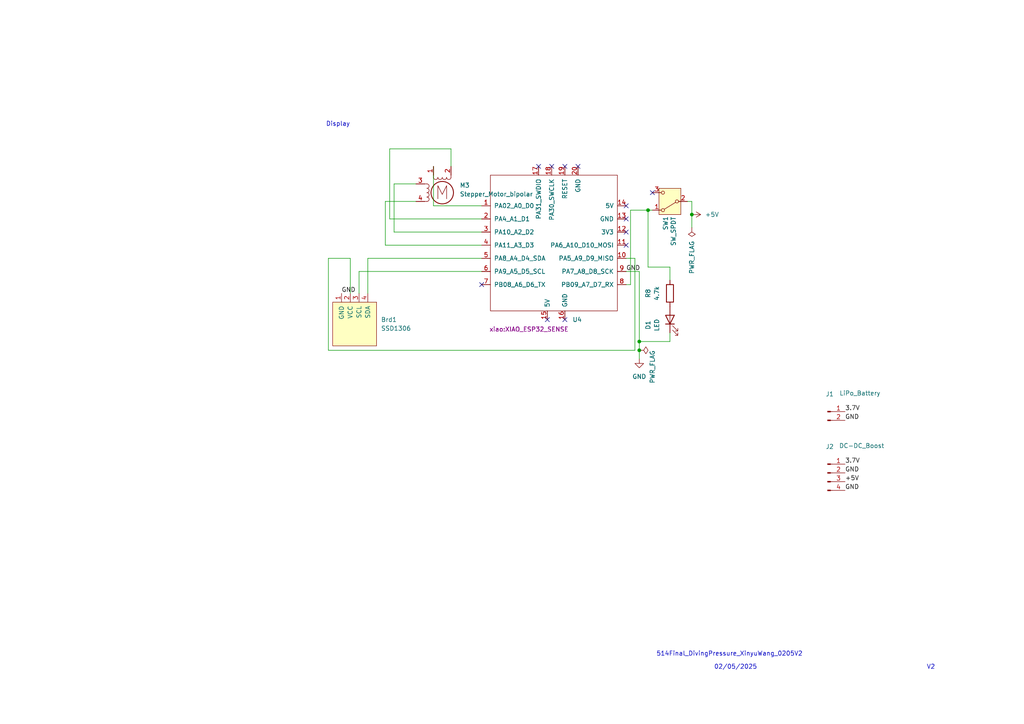
<source format=kicad_sch>
(kicad_sch (version 20231120) (generator "eeschema") (generator_version "8.0")
  (paper "A4")
  (lib_symbols
    (symbol "Connector:Conn_01x02_Pin" (pin_names (offset 1.016) hide)
      (property "Reference" "J" (at 0 2.54 0))
      (property "Value" "Conn_01x02_Pin" (at 0 -5.08 0))
      (symbol "Conn_01x02_Pin_1_1"
        (polyline (pts (xy 1.27 -2.54) (xy 0.8636 -2.54)) (stroke (width 0.1524)))
        (polyline (pts (xy 1.27 0) (xy 0.8636 0)) (stroke (width 0.1524)))
        (rectangle (start 0.8636 -2.413) (end 0 -2.667) (stroke (width 0.1524)) (fill (type outline)))
        (rectangle (start 0.8636 0.127) (end 0 -0.127) (stroke (width 0.1524)) (fill (type outline)))
        (pin passive line (at 5.08 0 180) (length 3.81) (name "Pin_1") (number "1"))
        (pin passive line (at 5.08 -2.54 180) (length 3.81) (name "Pin_2") (number "2"))
      )
    )
    (symbol "Connector:Conn_01x04_Pin" (pin_names (offset 1.016) hide)
      (property "Reference" "J" (at 0 5.08 0))
      (property "Value" "Conn_01x04_Pin" (at 0 -7.62 0))
      (symbol "Conn_01x04_Pin_1_1"
        (polyline (pts (xy 1.27 -5.08) (xy 0.8636 -5.08)) (stroke (width 0.1524)))
        (polyline (pts (xy 1.27 -2.54) (xy 0.8636 -2.54)) (stroke (width 0.1524)))
        (polyline (pts (xy 1.27 0) (xy 0.8636 0)) (stroke (width 0.1524)))
        (polyline (pts (xy 1.27 2.54) (xy 0.8636 2.54)) (stroke (width 0.1524)))
        (rectangle (start 0.8636 -4.953) (end 0 -5.207) (stroke (width 0.1524)) (fill (type outline)))
        (rectangle (start 0.8636 -2.413) (end 0 -2.667) (stroke (width 0.1524)) (fill (type outline)))
        (rectangle (start 0.8636 0.127) (end 0 -0.127) (stroke (width 0.1524)) (fill (type outline)))
        (rectangle (start 0.8636 2.667) (end 0 2.413) (stroke (width 0.1524)) (fill (type outline)))
        (pin passive line (at 5.08 2.54 180) (length 3.81) (name "Pin_1") (number "1"))
        (pin passive line (at 5.08 0 180) (length 3.81) (name "Pin_2") (number "2"))
        (pin passive line (at 5.08 -2.54 180) (length 3.81) (name "Pin_3") (number "3"))
        (pin passive line (at 5.08 -5.08 180) (length 3.81) (name "Pin_4") (number "4"))
      )
    )
    (symbol "Device:LED" (pin_numbers hide) (pin_names (offset 1.016) hide)
      (property "Reference" "D" (at 0 2.54 0))
      (property "Value" "LED" (at 0 -2.54 0))
      (symbol "LED_0_1"
        (polyline (pts (xy -1.27 -1.27) (xy -1.27 1.27)) (stroke (width 0.254)))
        (polyline (pts (xy -1.27 0) (xy 1.27 0)))
        (polyline (pts (xy 1.27 -1.27) (xy 1.27 1.27) (xy -1.27 0) (xy 1.27 -1.27)) (stroke (width 0.254)))
        (polyline (pts (xy -3.048 -0.762) (xy -4.572 -2.286) (xy -3.81 -2.286) (xy -4.572 -2.286) (xy -4.572 -1.524)))
        (polyline (pts (xy -1.778 -0.762) (xy -3.302 -2.286) (xy -2.54 -2.286) (xy -3.302 -2.286) (xy -3.302 -1.524)))
      )
      (symbol "LED_1_1"
        (pin passive line (at -3.81 0 0) (length 2.54) (name "K") (number "1"))
        (pin passive line (at 3.81 0 180) (length 2.54) (name "A") (number "2"))
      )
    )
    (symbol "Device:R" (pin_numbers hide) (pin_names (offset 0))
      (property "Reference" "R" (at 2.032 0 90))
      (property "Value" "R" (at 0 0 90))
      (symbol "R_0_1"
        (rectangle (start -1.016 -2.54) (end 1.016 2.54) (stroke (width 0.254)))
      )
      (symbol "R_1_1"
        (pin passive line (at 0 3.81 270) (length 1.27) (name "~") (number "1"))
        (pin passive line (at 0 -3.81 90) (length 1.27) (name "~") (number "2"))
      )
    )
    (symbol "Motor:Stepper_Motor_bipolar" (pin_names (offset 0) hide)
      (property "Reference" "M" (at 3.81 2.54 0))
      (property "Value" "Stepper_Motor_bipolar" (at 3.81 1.27 0))
      (symbol "Stepper_Motor_bipolar_0_0"
        (polyline (pts (xy -1.27 -1.778) (xy -1.27 2.032) (xy 0 -0.508) (xy 1.27 2.032) (xy 1.27 -1.778)))
      )
      (symbol "Stepper_Motor_bipolar_0_1"
        (arc (start -4.445 -2.54) (mid -3.8127 -1.905) (end -4.445 -1.27))
        (arc (start -4.445 -1.27) (mid -3.8127 -0.635) (end -4.445 0))
        (arc (start -4.445 0) (mid -3.8127 0.635) (end -4.445 1.27))
        (arc (start -4.445 1.27) (mid -3.8127 1.905) (end -4.445 2.54))
        (arc (start -2.54 4.445) (mid -1.905 3.8127) (end -1.27 4.445))
        (arc (start -1.27 4.445) (mid -0.635 3.8127) (end 0 4.445))
        (polyline (pts (xy -5.08 -2.54) (xy -4.445 -2.54)))
        (polyline (pts (xy -5.08 2.54) (xy -4.445 2.54)))
        (polyline (pts (xy -2.54 5.08) (xy -2.54 4.445)))
        (polyline (pts (xy 2.54 5.08) (xy 2.54 4.445)))
        (circle (center 0 0) (radius 3.2512) (stroke (width 0.254)))
        (arc (start 0 4.445) (mid 0.635 3.8127) (end 1.27 4.445))
        (arc (start 1.27 4.445) (mid 1.905 3.8127) (end 2.54 4.445))
      )
      (symbol "Stepper_Motor_bipolar_1_1"
        (pin passive line (at -2.54 7.62 270) (length 2.54) (name "~") (number "1"))
        (pin passive line (at 2.54 7.62 270) (length 2.54) (name "-") (number "2"))
        (pin passive line (at -7.62 2.54 0) (length 2.54) (name "~") (number "3"))
        (pin passive line (at -7.62 -2.54 0) (length 2.54) (name "~") (number "4"))
      )
    )
    (symbol "SSD1306:SSD1306" (pin_names (offset 1.016))
      (property "Reference" "Brd" (at 0 -3.81 0))
      (property "Value" "SSD1306" (at 0 -1.27 0))
      (symbol "SSD1306_0_1"
        (rectangle (start -6.35 6.35) (end 6.35 -6.35) (fill (type background)))
      )
      (symbol "SSD1306_1_1"
        (pin input line (at -3.81 8.89 270) (length 2.54) (name "GND") (number "1"))
        (pin input line (at -1.27 8.89 270) (length 2.54) (name "VCC") (number "2"))
        (pin input line (at 1.27 8.89 270) (length 2.54) (name "SCL") (number "3"))
        (pin input line (at 3.81 8.89 270) (length 2.54) (name "SDA") (number "4"))
      )
    )
    (symbol "Switch:SW_SPDT" (pin_names (offset 0) hide)
      (property "Reference" "SW" (at 0 5.08 0))
      (property "Value" "SW_SPDT" (at 0 -5.08 0))
      (symbol "SW_SPDT_0_1"
        (circle (center -2.032 0) (radius 0.4572))
        (polyline (pts (xy -1.651 0.254) (xy 1.651 2.286)))
        (circle (center 2.032 -2.54) (radius 0.4572))
        (circle (center 2.032 2.54) (radius 0.4572))
      )
      (symbol "SW_SPDT_1_1"
        (rectangle (start -3.175 3.81) (end 3.175 -3.81) (fill (type background)))
        (pin passive line (at 5.08 2.54 180) (length 2.54) (name "A") (number "1"))
        (pin passive line (at -5.08 0 0) (length 2.54) (name "B") (number "2"))
        (pin passive line (at 5.08 -2.54 180) (length 2.54) (name "C") (number "3"))
      )
    )
    (symbol "power:+5V" (power) (pin_numbers hide) (pin_names (offset 0) hide)
      (property "Value" "+5V" (at 0 3.556 0))
      (symbol "+5V_0_1"
        (polyline (pts (xy -0.762 1.27) (xy 0 2.54)))
        (polyline (pts (xy 0 0) (xy 0 2.54)))
        (polyline (pts (xy 0 2.54) (xy 0.762 1.27)))
      )
      (symbol "+5V_1_1"
        (pin power_in line (at 0 0 90) (length 0) (name "~") (number "1"))
      )
    )
    (symbol "power:GND" (power) (pin_numbers hide) (pin_names (offset 0) hide)
      (property "Value" "GND" (at 0 -3.81 0))
      (symbol "GND_0_1"
        (polyline (pts (xy 0 0) (xy 0 -1.27) (xy 1.27 -1.27) (xy 0 -2.54) (xy -1.27 -1.27) (xy 0 -1.27)))
      )
      (symbol "GND_1_1"
        (pin power_in line (at 0 0 270) (length 0) (name "~") (number "1"))
      )
    )
    (symbol "power:PWR_FLAG" (power) (pin_numbers hide) (pin_names (offset 0) hide)
      (property "Value" "PWR_FLAG" (at 0 3.81 0))
      (symbol "PWR_FLAG_0_0"
        (pin power_out line (at 0 0 90) (length 0) (name "~") (number "1"))
      )
      (symbol "PWR_FLAG_0_1"
        (polyline (pts (xy 0 0) (xy 0 1.27) (xy -1.016 1.905) (xy 0 2.54) (xy 1.016 1.905) (xy 0 1.27)))
      )
    )
    (symbol "xiao:SeeeduinoXIAO" (pin_names (offset 1.016))
      (property "Reference" "U" (at -19.05 22.86 0))
      (property "Value" "SeeeduinoXIAO" (at -12.7 21.59 0))
      (symbol "SeeeduinoXIAO_0_1"
        (rectangle (start -19.05 20.32) (end 17.78 -19.05))
      )
      (symbol "SeeeduinoXIAO_1_1"
        (pin unspecified line (at -21.59 11.43 0) (length 2.54) (name "PA02_A0_D0") (number "1"))
        (pin unspecified line (at 20.32 -3.81 180) (length 2.54) (name "PA5_A9_D9_MISO") (number "10"))
        (pin unspecified line (at 20.32 0 180) (length 2.54) (name "PA6_A10_D10_MOSI") (number "11"))
        (pin unspecified line (at 20.32 3.81 180) (length 2.54) (name "3V3") (number "12"))
        (pin unspecified line (at 20.32 7.62 180) (length 2.54) (name "GND") (number "13"))
        (pin unspecified line (at 20.32 11.43 180) (length 2.54) (name "5V") (number "14"))
        (pin input line (at -2.54 -21.59 90) (length 2.54) (name "5V") (number "15"))
        (pin input line (at 2.54 -21.59 90) (length 2.54) (name "GND") (number "16"))
        (pin input line (at -5.08 22.86 270) (length 2.54) (name "PA31_SWDIO") (number "17"))
        (pin input line (at -1.27 22.86 270) (length 2.54) (name "PA30_SWCLK") (number "18"))
        (pin input line (at 2.54 22.86 270) (length 2.54) (name "RESET") (number "19"))
        (pin unspecified line (at -21.59 7.62 0) (length 2.54) (name "PA4_A1_D1") (number "2"))
        (pin input line (at 6.35 22.86 270) (length 2.54) (name "GND") (number "20"))
        (pin unspecified line (at -21.59 3.81 0) (length 2.54) (name "PA10_A2_D2") (number "3"))
        (pin unspecified line (at -21.59 0 0) (length 2.54) (name "PA11_A3_D3") (number "4"))
        (pin unspecified line (at -21.59 -3.81 0) (length 2.54) (name "PA8_A4_D4_SDA") (number "5"))
        (pin unspecified line (at -21.59 -7.62 0) (length 2.54) (name "PA9_A5_D5_SCL") (number "6"))
        (pin unspecified line (at -21.59 -11.43 0) (length 2.54) (name "PB08_A6_D6_TX") (number "7"))
        (pin unspecified line (at 20.32 -11.43 180) (length 2.54) (name "PB09_A7_D7_RX") (number "8"))
        (pin unspecified line (at 20.32 -7.62 180) (length 2.54) (name "PA7_A8_D8_SCK") (number "9"))
      )
    )
  )
  (junction (at 187.96 60.96))
  (junction (at 185.42 99.06))
  (junction (at 200.66 62.23))
  (junction (at 185.42 101.6))
  (no_connect (at 160.02 48.26))
  (no_connect (at 156.21 48.26))
  (no_connect (at 163.83 48.26))
  (no_connect (at 163.83 92.71))
  (no_connect (at 181.61 67.31))
  (no_connect (at 158.75 92.71))
  (no_connect (at 181.61 59.69))
  (no_connect (at 139.7 82.55))
  (no_connect (at 167.64 48.26))
  (no_connect (at 181.61 63.5))
  (no_connect (at 181.61 71.12))
  (no_connect (at 189.23 55.88))
  (wire (pts (xy 106.68 74.93) (xy 106.68 85.09)))
  (wire (pts (xy 104.14 78.74) (xy 139.7 78.74)))
  (wire (pts (xy 125.73 59.69) (xy 139.7 59.69)))
  (wire (pts (xy 185.42 99.06) (xy 194.31 99.06)))
  (wire (pts (xy 130.81 43.18) (xy 113.03 43.18)))
  (wire (pts (xy 187.96 60.96) (xy 182.88 60.96)))
  (wire (pts (xy 187.96 60.96) (xy 189.23 60.96)))
  (wire (pts (xy 200.66 66.04) (xy 200.66 62.23)))
  (wire (pts (xy 185.42 99.06) (xy 185.42 78.74)))
  (wire (pts (xy 194.31 96.52) (xy 194.31 99.06)))
  (wire (pts (xy 104.14 78.74) (xy 104.14 85.09)))
  (wire (pts (xy 106.68 74.93) (xy 139.7 74.93)))
  (wire (pts (xy 113.03 43.18) (xy 113.03 63.5)))
  (wire (pts (xy 125.73 48.26) (xy 125.73 59.69)))
  (wire (pts (xy 182.88 60.96) (xy 182.88 82.55)))
  (wire (pts (xy 181.61 74.93) (xy 184.15 74.93)))
  (wire (pts (xy 114.3 67.31) (xy 139.7 67.31)))
  (wire (pts (xy 120.65 53.34) (xy 114.3 53.34)))
  (wire (pts (xy 185.42 78.74) (xy 181.61 78.74)))
  (wire (pts (xy 182.88 82.55) (xy 181.61 82.55)))
  (wire (pts (xy 187.96 60.96) (xy 187.96 77.47)))
  (wire (pts (xy 95.25 74.93) (xy 101.6 74.93)))
  (wire (pts (xy 187.96 77.47) (xy 194.31 77.47)))
  (wire (pts (xy 101.6 74.93) (xy 101.6 85.09)))
  (wire (pts (xy 111.76 71.12) (xy 139.7 71.12)))
  (wire (pts (xy 95.25 101.6) (xy 184.15 101.6)))
  (wire (pts (xy 95.25 74.93) (xy 95.25 101.6)))
  (wire (pts (xy 120.65 58.42) (xy 111.76 58.42)))
  (wire (pts (xy 200.66 58.42) (xy 199.39 58.42)))
  (wire (pts (xy 184.15 74.93) (xy 184.15 101.6)))
  (wire (pts (xy 200.66 58.42) (xy 200.66 62.23)))
  (wire (pts (xy 114.3 53.34) (xy 114.3 67.31)))
  (wire (pts (xy 185.42 101.6) (xy 185.42 99.06)))
  (wire (pts (xy 113.03 63.5) (xy 139.7 63.5)))
  (wire (pts (xy 185.42 101.6) (xy 185.42 104.14)))
  (wire (pts (xy 111.76 58.42) (xy 111.76 71.12)))
  (wire (pts (xy 130.81 48.26) (xy 130.81 43.18)))
  (wire (pts (xy 194.31 77.47) (xy 194.31 81.28)))
  (text "514Final_DivingPressure_XinyuWang_0205V2" (at 211.582 189.738 0) (effects (font (size 1.27 1.27))))
  (text "Display" (at 98.044 36.068 0) (effects (font (size 1.27 1.27))))
  (text "02/05/2025" (at 213.36 193.548 0) (effects (font (size 1.27 1.27))))
  (text "V2" (at 270.002 193.548 0) (effects (font (size 1.27 1.27))))
  (label "+5V" (at 245.11 139.7 0))
  (label "GND" (at 245.11 121.92 0))
  (label "GND" (at 245.11 137.16 0))
  (label "3.7V" (at 245.11 134.62 0))
  (label "3.7V" (at 245.11 119.38 0))
  (label "GND" (at 181.61 78.74 0))
  (label "GND" (at 99.06 85.09 0))
  (label "GND" (at 245.11 142.24 0))
  (symbol (lib_id "power:PWR_FLAG") (at 185.42 101.6 270) (unit 1)
    (property "Reference" "#FLG02" (effects (hide yes)))
    (property "Value" "PWR_FLAG" (at 189.23 101.5999 0) (effects (justify left)))
    (property "Description" "Special symbol for telling ERC where power comes from" (effects (hide yes)))
  )
  (symbol (lib_id "Connector:Conn_01x02_Pin") (at 240.03 119.38 0) (unit 1)
    (property "Reference" "J1" (at 240.665 114.3 0))
    (property "Value" "LiPo_Battery" (at 249.428 114.046 0))
    (property "Footprint" "Connector_JST:JST_PH_B2B-PH-K_1x02_P2.00mm_Vertical" (effects (hide yes)))
    (property "Description" "Generic connector, single row, 01x02, script generated" (effects (hide yes)))
  )
  (symbol (lib_id "Switch:SW_SPDT") (at 194.31 58.42 180) (unit 1)
    (property "Reference" "SW1" (at 193.04 66.802 90) (effects (justify right)))
    (property "Value" "SW_SPDT" (at 195.326 71.374 90) (effects (justify right)))
    (property "Footprint" "Connector_PinHeader_2.54mm:PinHeader_1x03_P2.54mm_Vertical" (effects (hide yes)))
    (property "Description" "Switch, single pole double throw" (effects (hide yes)))
  )
  (symbol (lib_id "power:PWR_FLAG") (at 200.66 66.04 180) (unit 1)
    (property "Reference" "#FLG01" (effects (hide yes)))
    (property "Value" "PWR_FLAG" (at 200.6599 69.85 90) (effects (justify left)))
    (property "Description" "Special symbol for telling ERC where power comes from" (effects (hide yes)))
  )
  (symbol (lib_id "power:+5V") (at 200.66 62.23 270) (unit 1)
    (property "Reference" "#PWR01" (effects (hide yes)))
    (property "Value" "+5V" (at 204.47 62.2299 90) (effects (justify left)))
    (property "Description" "Power symbol creates a global label with name \"+5V\"" (effects (hide yes)))
  )
  (symbol (lib_id "Device:LED") (at 194.31 92.71 90) (unit 1)
    (property "Reference" "D1" (at 187.96 94.2975 0))
    (property "Value" "LED" (at 190.5 94.2975 0))
    (property "Footprint" "LED_THT:LED_D3.0mm" (effects (hide yes)))
    (property "Description" "Light emitting diode" (effects (hide yes)))
  )
  (symbol (lib_id "power:GND") (at 185.42 104.14 0) (unit 1)
    (property "Reference" "#PWR03" (effects (hide yes)))
    (property "Value" "GND" (at 185.42 109.22 0))
    (property "Description" "Power symbol creates a global label with name \"GND\" , ground" (effects (hide yes)))
  )
  (symbol (lib_id "Device:R") (at 194.31 85.09 180) (unit 1)
    (property "Reference" "R8" (at 187.96 85.09 90))
    (property "Value" "4.7k" (at 190.5 85.09 90))
    (property "Footprint" "Resistor_SMD:R_0805_2012Metric_Pad1.20x1.40mm_HandSolder" (effects (hide yes)))
    (property "Description" "Resistor" (effects (hide yes)))
  )
  (symbol (lib_id "Connector:Conn_01x04_Pin") (at 240.03 137.16 0) (unit 1)
    (property "Reference" "J2" (at 240.665 129.54 0))
    (property "Value" "DC-DC_Boost" (at 249.936 129.286 0))
    (property "Footprint" "Connector_PinHeader_2.54mm:PinHeader_1x04_P2.54mm_Vertical" (effects (hide yes)))
    (property "Description" "Generic connector, single row, 01x04, script generated" (effects (hide yes)))
  )
  (symbol (lib_id "Motor:Stepper_Motor_bipolar") (at 128.27 55.88 0) (unit 1)
    (property "Reference" "M3" (at 133.35 53.759 0) (effects (justify left)))
    (property "Value" "Stepper_Motor_bipolar" (at 133.35 56.299 0) (effects (justify left)))
    (property "Footprint" "steppermotorx27:x27_stepper_two_holes" (effects (hide yes)))
    (property "Datasheet" "http://www.infineon.com/dgdl/Application-Note-TLE8110EE_driving_UniPolarStepperMotor_V1.1.pdf?fileId=db3a30431be39b97011be5d0aa0a00b0" (effects (hide yes)))
    (property "Description" "4-wire bipolar stepper motor" (effects (hide yes)))
  )
  (symbol (lib_id "xiao:SeeeduinoXIAO") (at 161.29 71.12 0) (unit 1)
    (property "Reference" "U4" (at 166.0241 92.71 0) (effects (justify left)))
    (property "Value" "SeeeduinoXIAO" (effects (hide yes)))
    (property "Footprint" "xiao:XIAO_ESP32_SENSE" (at 153.416 95.504 0))
  )
  (symbol (lib_id "SSD1306:SSD1306") (at 102.87 93.98 0) (unit 1)
    (property "Reference" "Brd1" (at 110.49 92.7099 0) (effects (justify left)))
    (property "Value" "SSD1306" (at 110.49 95.2499 0) (effects (justify left)))
    (property "Footprint" "SSD1306:128x64OLED" (effects (hide yes)))
    (property "Description" "SSD1306 OLED" (effects (hide yes)))
  )
)
</source>
